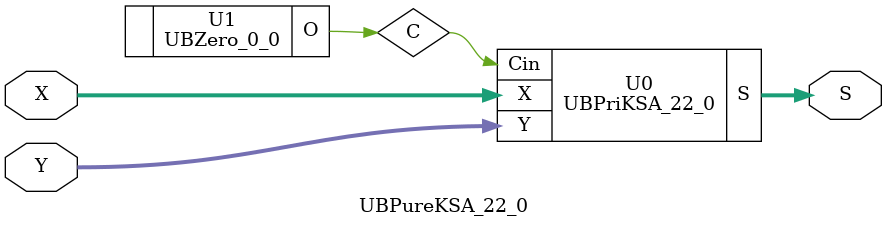
<source format=v>
/*----------------------------------------------------------------------------
  Copyright (c) 2021 Homma laboratory. All rights reserved.

  Top module: UBKSA_22_0_22_0

  Operand-1 length: 23
  Operand-2 length: 23
  Two-operand addition algorithm: Kogge-Stone adder
----------------------------------------------------------------------------*/

module GPGenerator(Go, Po, A, B);
  output Go;
  output Po;
  input A;
  input B;
  assign Go = A & B;
  assign Po = A ^ B;
endmodule

module CarryOperator(Go, Po, Gi1, Pi1, Gi2, Pi2);
  output Go;
  output Po;
  input Gi1;
  input Gi2;
  input Pi1;
  input Pi2;
  assign Go = Gi1 | ( Gi2 & Pi1 );
  assign Po = Pi1 & Pi2;
endmodule

module UBPriKSA_22_0(S, X, Y, Cin);
  output [23:0] S;
  input Cin;
  input [22:0] X;
  input [22:0] Y;
  wire [22:0] G0;
  wire [22:0] G1;
  wire [22:0] G2;
  wire [22:0] G3;
  wire [22:0] G4;
  wire [22:0] G5;
  wire [22:0] P0;
  wire [22:0] P1;
  wire [22:0] P2;
  wire [22:0] P3;
  wire [22:0] P4;
  wire [22:0] P5;
  assign P1[0] = P0[0];
  assign G1[0] = G0[0];
  assign P2[0] = P1[0];
  assign G2[0] = G1[0];
  assign P2[1] = P1[1];
  assign G2[1] = G1[1];
  assign P3[0] = P2[0];
  assign G3[0] = G2[0];
  assign P3[1] = P2[1];
  assign G3[1] = G2[1];
  assign P3[2] = P2[2];
  assign G3[2] = G2[2];
  assign P3[3] = P2[3];
  assign G3[3] = G2[3];
  assign P4[0] = P3[0];
  assign G4[0] = G3[0];
  assign P4[1] = P3[1];
  assign G4[1] = G3[1];
  assign P4[2] = P3[2];
  assign G4[2] = G3[2];
  assign P4[3] = P3[3];
  assign G4[3] = G3[3];
  assign P4[4] = P3[4];
  assign G4[4] = G3[4];
  assign P4[5] = P3[5];
  assign G4[5] = G3[5];
  assign P4[6] = P3[6];
  assign G4[6] = G3[6];
  assign P4[7] = P3[7];
  assign G4[7] = G3[7];
  assign P5[0] = P4[0];
  assign G5[0] = G4[0];
  assign P5[1] = P4[1];
  assign G5[1] = G4[1];
  assign P5[2] = P4[2];
  assign G5[2] = G4[2];
  assign P5[3] = P4[3];
  assign G5[3] = G4[3];
  assign P5[4] = P4[4];
  assign G5[4] = G4[4];
  assign P5[5] = P4[5];
  assign G5[5] = G4[5];
  assign P5[6] = P4[6];
  assign G5[6] = G4[6];
  assign P5[7] = P4[7];
  assign G5[7] = G4[7];
  assign P5[8] = P4[8];
  assign G5[8] = G4[8];
  assign P5[9] = P4[9];
  assign G5[9] = G4[9];
  assign P5[10] = P4[10];
  assign G5[10] = G4[10];
  assign P5[11] = P4[11];
  assign G5[11] = G4[11];
  assign P5[12] = P4[12];
  assign G5[12] = G4[12];
  assign P5[13] = P4[13];
  assign G5[13] = G4[13];
  assign P5[14] = P4[14];
  assign G5[14] = G4[14];
  assign P5[15] = P4[15];
  assign G5[15] = G4[15];
  assign S[0] = Cin ^ P0[0];
  assign S[1] = ( G5[0] | ( P5[0] & Cin ) ) ^ P0[1];
  assign S[2] = ( G5[1] | ( P5[1] & Cin ) ) ^ P0[2];
  assign S[3] = ( G5[2] | ( P5[2] & Cin ) ) ^ P0[3];
  assign S[4] = ( G5[3] | ( P5[3] & Cin ) ) ^ P0[4];
  assign S[5] = ( G5[4] | ( P5[4] & Cin ) ) ^ P0[5];
  assign S[6] = ( G5[5] | ( P5[5] & Cin ) ) ^ P0[6];
  assign S[7] = ( G5[6] | ( P5[6] & Cin ) ) ^ P0[7];
  assign S[8] = ( G5[7] | ( P5[7] & Cin ) ) ^ P0[8];
  assign S[9] = ( G5[8] | ( P5[8] & Cin ) ) ^ P0[9];
  assign S[10] = ( G5[9] | ( P5[9] & Cin ) ) ^ P0[10];
  assign S[11] = ( G5[10] | ( P5[10] & Cin ) ) ^ P0[11];
  assign S[12] = ( G5[11] | ( P5[11] & Cin ) ) ^ P0[12];
  assign S[13] = ( G5[12] | ( P5[12] & Cin ) ) ^ P0[13];
  assign S[14] = ( G5[13] | ( P5[13] & Cin ) ) ^ P0[14];
  assign S[15] = ( G5[14] | ( P5[14] & Cin ) ) ^ P0[15];
  assign S[16] = ( G5[15] | ( P5[15] & Cin ) ) ^ P0[16];
  assign S[17] = ( G5[16] | ( P5[16] & Cin ) ) ^ P0[17];
  assign S[18] = ( G5[17] | ( P5[17] & Cin ) ) ^ P0[18];
  assign S[19] = ( G5[18] | ( P5[18] & Cin ) ) ^ P0[19];
  assign S[20] = ( G5[19] | ( P5[19] & Cin ) ) ^ P0[20];
  assign S[21] = ( G5[20] | ( P5[20] & Cin ) ) ^ P0[21];
  assign S[22] = ( G5[21] | ( P5[21] & Cin ) ) ^ P0[22];
  assign S[23] = G5[22] | ( P5[22] & Cin );
  GPGenerator U0 (G0[0], P0[0], X[0], Y[0]);
  GPGenerator U1 (G0[1], P0[1], X[1], Y[1]);
  GPGenerator U2 (G0[2], P0[2], X[2], Y[2]);
  GPGenerator U3 (G0[3], P0[3], X[3], Y[3]);
  GPGenerator U4 (G0[4], P0[4], X[4], Y[4]);
  GPGenerator U5 (G0[5], P0[5], X[5], Y[5]);
  GPGenerator U6 (G0[6], P0[6], X[6], Y[6]);
  GPGenerator U7 (G0[7], P0[7], X[7], Y[7]);
  GPGenerator U8 (G0[8], P0[8], X[8], Y[8]);
  GPGenerator U9 (G0[9], P0[9], X[9], Y[9]);
  GPGenerator U10 (G0[10], P0[10], X[10], Y[10]);
  GPGenerator U11 (G0[11], P0[11], X[11], Y[11]);
  GPGenerator U12 (G0[12], P0[12], X[12], Y[12]);
  GPGenerator U13 (G0[13], P0[13], X[13], Y[13]);
  GPGenerator U14 (G0[14], P0[14], X[14], Y[14]);
  GPGenerator U15 (G0[15], P0[15], X[15], Y[15]);
  GPGenerator U16 (G0[16], P0[16], X[16], Y[16]);
  GPGenerator U17 (G0[17], P0[17], X[17], Y[17]);
  GPGenerator U18 (G0[18], P0[18], X[18], Y[18]);
  GPGenerator U19 (G0[19], P0[19], X[19], Y[19]);
  GPGenerator U20 (G0[20], P0[20], X[20], Y[20]);
  GPGenerator U21 (G0[21], P0[21], X[21], Y[21]);
  GPGenerator U22 (G0[22], P0[22], X[22], Y[22]);
  CarryOperator U23 (G1[1], P1[1], G0[1], P0[1], G0[0], P0[0]);
  CarryOperator U24 (G1[2], P1[2], G0[2], P0[2], G0[1], P0[1]);
  CarryOperator U25 (G1[3], P1[3], G0[3], P0[3], G0[2], P0[2]);
  CarryOperator U26 (G1[4], P1[4], G0[4], P0[4], G0[3], P0[3]);
  CarryOperator U27 (G1[5], P1[5], G0[5], P0[5], G0[4], P0[4]);
  CarryOperator U28 (G1[6], P1[6], G0[6], P0[6], G0[5], P0[5]);
  CarryOperator U29 (G1[7], P1[7], G0[7], P0[7], G0[6], P0[6]);
  CarryOperator U30 (G1[8], P1[8], G0[8], P0[8], G0[7], P0[7]);
  CarryOperator U31 (G1[9], P1[9], G0[9], P0[9], G0[8], P0[8]);
  CarryOperator U32 (G1[10], P1[10], G0[10], P0[10], G0[9], P0[9]);
  CarryOperator U33 (G1[11], P1[11], G0[11], P0[11], G0[10], P0[10]);
  CarryOperator U34 (G1[12], P1[12], G0[12], P0[12], G0[11], P0[11]);
  CarryOperator U35 (G1[13], P1[13], G0[13], P0[13], G0[12], P0[12]);
  CarryOperator U36 (G1[14], P1[14], G0[14], P0[14], G0[13], P0[13]);
  CarryOperator U37 (G1[15], P1[15], G0[15], P0[15], G0[14], P0[14]);
  CarryOperator U38 (G1[16], P1[16], G0[16], P0[16], G0[15], P0[15]);
  CarryOperator U39 (G1[17], P1[17], G0[17], P0[17], G0[16], P0[16]);
  CarryOperator U40 (G1[18], P1[18], G0[18], P0[18], G0[17], P0[17]);
  CarryOperator U41 (G1[19], P1[19], G0[19], P0[19], G0[18], P0[18]);
  CarryOperator U42 (G1[20], P1[20], G0[20], P0[20], G0[19], P0[19]);
  CarryOperator U43 (G1[21], P1[21], G0[21], P0[21], G0[20], P0[20]);
  CarryOperator U44 (G1[22], P1[22], G0[22], P0[22], G0[21], P0[21]);
  CarryOperator U45 (G2[2], P2[2], G1[2], P1[2], G1[0], P1[0]);
  CarryOperator U46 (G2[3], P2[3], G1[3], P1[3], G1[1], P1[1]);
  CarryOperator U47 (G2[4], P2[4], G1[4], P1[4], G1[2], P1[2]);
  CarryOperator U48 (G2[5], P2[5], G1[5], P1[5], G1[3], P1[3]);
  CarryOperator U49 (G2[6], P2[6], G1[6], P1[6], G1[4], P1[4]);
  CarryOperator U50 (G2[7], P2[7], G1[7], P1[7], G1[5], P1[5]);
  CarryOperator U51 (G2[8], P2[8], G1[8], P1[8], G1[6], P1[6]);
  CarryOperator U52 (G2[9], P2[9], G1[9], P1[9], G1[7], P1[7]);
  CarryOperator U53 (G2[10], P2[10], G1[10], P1[10], G1[8], P1[8]);
  CarryOperator U54 (G2[11], P2[11], G1[11], P1[11], G1[9], P1[9]);
  CarryOperator U55 (G2[12], P2[12], G1[12], P1[12], G1[10], P1[10]);
  CarryOperator U56 (G2[13], P2[13], G1[13], P1[13], G1[11], P1[11]);
  CarryOperator U57 (G2[14], P2[14], G1[14], P1[14], G1[12], P1[12]);
  CarryOperator U58 (G2[15], P2[15], G1[15], P1[15], G1[13], P1[13]);
  CarryOperator U59 (G2[16], P2[16], G1[16], P1[16], G1[14], P1[14]);
  CarryOperator U60 (G2[17], P2[17], G1[17], P1[17], G1[15], P1[15]);
  CarryOperator U61 (G2[18], P2[18], G1[18], P1[18], G1[16], P1[16]);
  CarryOperator U62 (G2[19], P2[19], G1[19], P1[19], G1[17], P1[17]);
  CarryOperator U63 (G2[20], P2[20], G1[20], P1[20], G1[18], P1[18]);
  CarryOperator U64 (G2[21], P2[21], G1[21], P1[21], G1[19], P1[19]);
  CarryOperator U65 (G2[22], P2[22], G1[22], P1[22], G1[20], P1[20]);
  CarryOperator U66 (G3[4], P3[4], G2[4], P2[4], G2[0], P2[0]);
  CarryOperator U67 (G3[5], P3[5], G2[5], P2[5], G2[1], P2[1]);
  CarryOperator U68 (G3[6], P3[6], G2[6], P2[6], G2[2], P2[2]);
  CarryOperator U69 (G3[7], P3[7], G2[7], P2[7], G2[3], P2[3]);
  CarryOperator U70 (G3[8], P3[8], G2[8], P2[8], G2[4], P2[4]);
  CarryOperator U71 (G3[9], P3[9], G2[9], P2[9], G2[5], P2[5]);
  CarryOperator U72 (G3[10], P3[10], G2[10], P2[10], G2[6], P2[6]);
  CarryOperator U73 (G3[11], P3[11], G2[11], P2[11], G2[7], P2[7]);
  CarryOperator U74 (G3[12], P3[12], G2[12], P2[12], G2[8], P2[8]);
  CarryOperator U75 (G3[13], P3[13], G2[13], P2[13], G2[9], P2[9]);
  CarryOperator U76 (G3[14], P3[14], G2[14], P2[14], G2[10], P2[10]);
  CarryOperator U77 (G3[15], P3[15], G2[15], P2[15], G2[11], P2[11]);
  CarryOperator U78 (G3[16], P3[16], G2[16], P2[16], G2[12], P2[12]);
  CarryOperator U79 (G3[17], P3[17], G2[17], P2[17], G2[13], P2[13]);
  CarryOperator U80 (G3[18], P3[18], G2[18], P2[18], G2[14], P2[14]);
  CarryOperator U81 (G3[19], P3[19], G2[19], P2[19], G2[15], P2[15]);
  CarryOperator U82 (G3[20], P3[20], G2[20], P2[20], G2[16], P2[16]);
  CarryOperator U83 (G3[21], P3[21], G2[21], P2[21], G2[17], P2[17]);
  CarryOperator U84 (G3[22], P3[22], G2[22], P2[22], G2[18], P2[18]);
  CarryOperator U85 (G4[8], P4[8], G3[8], P3[8], G3[0], P3[0]);
  CarryOperator U86 (G4[9], P4[9], G3[9], P3[9], G3[1], P3[1]);
  CarryOperator U87 (G4[10], P4[10], G3[10], P3[10], G3[2], P3[2]);
  CarryOperator U88 (G4[11], P4[11], G3[11], P3[11], G3[3], P3[3]);
  CarryOperator U89 (G4[12], P4[12], G3[12], P3[12], G3[4], P3[4]);
  CarryOperator U90 (G4[13], P4[13], G3[13], P3[13], G3[5], P3[5]);
  CarryOperator U91 (G4[14], P4[14], G3[14], P3[14], G3[6], P3[6]);
  CarryOperator U92 (G4[15], P4[15], G3[15], P3[15], G3[7], P3[7]);
  CarryOperator U93 (G4[16], P4[16], G3[16], P3[16], G3[8], P3[8]);
  CarryOperator U94 (G4[17], P4[17], G3[17], P3[17], G3[9], P3[9]);
  CarryOperator U95 (G4[18], P4[18], G3[18], P3[18], G3[10], P3[10]);
  CarryOperator U96 (G4[19], P4[19], G3[19], P3[19], G3[11], P3[11]);
  CarryOperator U97 (G4[20], P4[20], G3[20], P3[20], G3[12], P3[12]);
  CarryOperator U98 (G4[21], P4[21], G3[21], P3[21], G3[13], P3[13]);
  CarryOperator U99 (G4[22], P4[22], G3[22], P3[22], G3[14], P3[14]);
  CarryOperator U100 (G5[16], P5[16], G4[16], P4[16], G4[0], P4[0]);
  CarryOperator U101 (G5[17], P5[17], G4[17], P4[17], G4[1], P4[1]);
  CarryOperator U102 (G5[18], P5[18], G4[18], P4[18], G4[2], P4[2]);
  CarryOperator U103 (G5[19], P5[19], G4[19], P4[19], G4[3], P4[3]);
  CarryOperator U104 (G5[20], P5[20], G4[20], P4[20], G4[4], P4[4]);
  CarryOperator U105 (G5[21], P5[21], G4[21], P4[21], G4[5], P4[5]);
  CarryOperator U106 (G5[22], P5[22], G4[22], P4[22], G4[6], P4[6]);
endmodule

module UBZero_0_0(O);
  output [0:0] O;
  assign O[0] = 0;
endmodule

module UBKSA_22_0_22_0 (S, X, Y);
  output [23:0] S;
  input [22:0] X;
  input [22:0] Y;
  UBPureKSA_22_0 U0 (S[23:0], X[22:0], Y[22:0]);
endmodule

module UBPureKSA_22_0 (S, X, Y);
  output [23:0] S;
  input [22:0] X;
  input [22:0] Y;
  wire C;
  UBPriKSA_22_0 U0 (S, X, Y, C);
  UBZero_0_0 U1 (C);
endmodule


</source>
